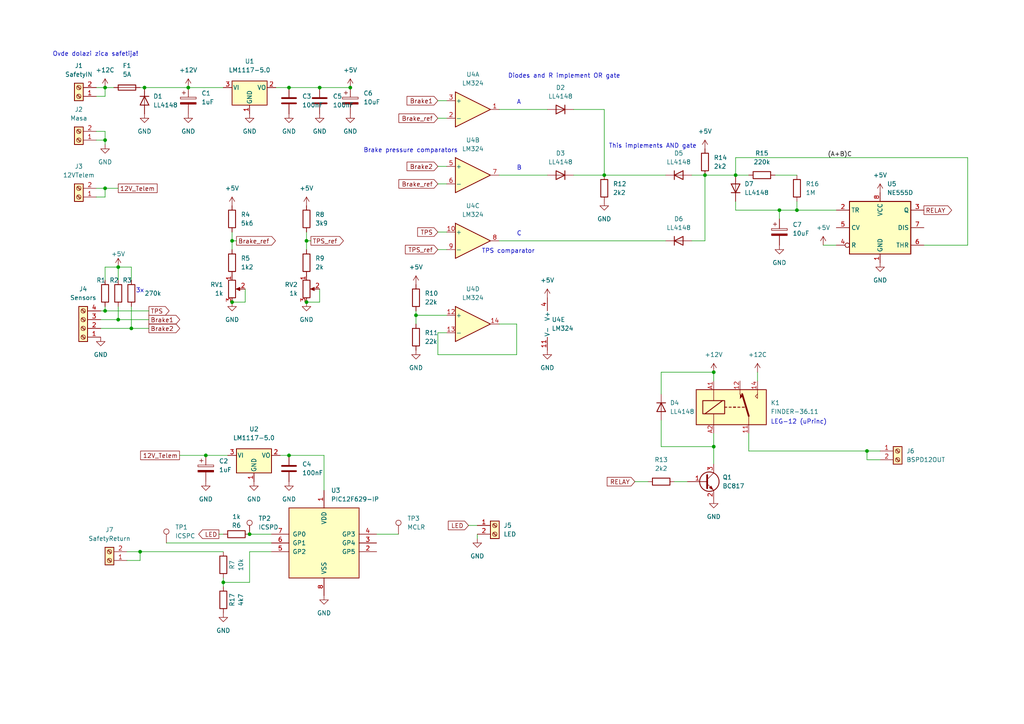
<source format=kicad_sch>
(kicad_sch (version 20250114) (generator "eeschema") (generator_version "9.0")
  (paper "A4")
  (lib_symbols
    (symbol "Amplifier_Operational:LM324" (pin_names (offset 0.127))
      (property "Reference" "U" (at 0 5.08 0))
      (property "Value" "LM324" (at 0 -5.08 0))
      (symbol "LM324_1_1"
        (polyline (pts (xy -5.08 5.08) (xy 5.08 0) (xy -5.08 -5.08) (xy -5.08 5.08)) (stroke (width 0.254)) (fill (type background)))
        (pin input line (at -7.62 2.54 0) (length 2.54) (name "+") (number "3"))
        (pin input line (at -7.62 -2.54 0) (length 2.54) (name "-") (number "2"))
        (pin output line (at 7.62 0 180) (length 2.54) (name "~") (number "1"))
      )
      (symbol "LM324_2_1"
        (polyline (pts (xy -5.08 5.08) (xy 5.08 0) (xy -5.08 -5.08) (xy -5.08 5.08)) (stroke (width 0.254)) (fill (type background)))
        (pin input line (at -7.62 2.54 0) (length 2.54) (name "+") (number "5"))
        (pin input line (at -7.62 -2.54 0) (length 2.54) (name "-") (number "6"))
        (pin output line (at 7.62 0 180) (length 2.54) (name "~") (number "7"))
      )
      (symbol "LM324_3_1"
        (polyline (pts (xy -5.08 5.08) (xy 5.08 0) (xy -5.08 -5.08) (xy -5.08 5.08)) (stroke (width 0.254)) (fill (type background)))
        (pin input line (at -7.62 2.54 0) (length 2.54) (name "+") (number "10"))
        (pin input line (at -7.62 -2.54 0) (length 2.54) (name "-") (number "9"))
        (pin output line (at 7.62 0 180) (length 2.54) (name "~") (number "8"))
      )
      (symbol "LM324_4_1"
        (polyline (pts (xy -5.08 5.08) (xy 5.08 0) (xy -5.08 -5.08) (xy -5.08 5.08)) (stroke (width 0.254)) (fill (type background)))
        (pin input line (at -7.62 2.54 0) (length 2.54) (name "+") (number "12"))
        (pin input line (at -7.62 -2.54 0) (length 2.54) (name "-") (number "13"))
        (pin output line (at 7.62 0 180) (length 2.54) (name "~") (number "14"))
      )
      (symbol "LM324_5_1"
        (pin power_in line (at -2.54 7.62 270) (length 3.81) (name "V+") (number "4"))
        (pin power_in line (at -2.54 -7.62 90) (length 3.81) (name "V-") (number "11"))
      )
    )
    (symbol "Connector:Screw_Terminal_01x02" (pin_names (offset 1.016) (hide yes))
      (property "Reference" "J" (at 0 2.54 0))
      (property "Value" "Screw_Terminal_01x02" (at 0 -5.08 0))
      (symbol "Screw_Terminal_01x02_1_1"
        (rectangle (start -1.27 1.27) (end 1.27 -3.81) (stroke (width 0.254)) (fill (type background)))
        (polyline (pts (xy -0.5334 0.3302) (xy 0.3302 -0.508)) (stroke (width 0.1524)))
        (polyline (pts (xy -0.5334 -2.2098) (xy 0.3302 -3.048)) (stroke (width 0.1524)))
        (polyline (pts (xy -0.3556 0.508) (xy 0.508 -0.3302)) (stroke (width 0.1524)))
        (polyline (pts (xy -0.3556 -2.032) (xy 0.508 -2.8702)) (stroke (width 0.1524)))
        (circle (center 0 0) (radius 0.635) (stroke (width 0.1524)))
        (circle (center 0 -2.54) (radius 0.635) (stroke (width 0.1524)))
        (pin passive line (at -5.08 0 0) (length 3.81) (name "Pin_1") (number "1"))
        (pin passive line (at -5.08 -2.54 0) (length 3.81) (name "Pin_2") (number "2"))
      )
    )
    (symbol "Connector:Screw_Terminal_01x04" (pin_names (offset 1.016) (hide yes))
      (property "Reference" "J" (at 0 5.08 0))
      (property "Value" "Screw_Terminal_01x04" (at 0 -7.62 0))
      (symbol "Screw_Terminal_01x04_1_1"
        (rectangle (start -1.27 3.81) (end 1.27 -6.35) (stroke (width 0.254)) (fill (type background)))
        (polyline (pts (xy -0.5334 2.8702) (xy 0.3302 2.032)) (stroke (width 0.1524)))
        (polyline (pts (xy -0.5334 0.3302) (xy 0.3302 -0.508)) (stroke (width 0.1524)))
        (polyline (pts (xy -0.5334 -2.2098) (xy 0.3302 -3.048)) (stroke (width 0.1524)))
        (polyline (pts (xy -0.5334 -4.7498) (xy 0.3302 -5.588)) (stroke (width 0.1524)))
        (polyline (pts (xy -0.3556 3.048) (xy 0.508 2.2098)) (stroke (width 0.1524)))
        (polyline (pts (xy -0.3556 0.508) (xy 0.508 -0.3302)) (stroke (width 0.1524)))
        (polyline (pts (xy -0.3556 -2.032) (xy 0.508 -2.8702)) (stroke (width 0.1524)))
        (polyline (pts (xy -0.3556 -4.572) (xy 0.508 -5.4102)) (stroke (width 0.1524)))
        (circle (center 0 2.54) (radius 0.635) (stroke (width 0.1524)))
        (circle (center 0 0) (radius 0.635) (stroke (width 0.1524)))
        (circle (center 0 -2.54) (radius 0.635) (stroke (width 0.1524)))
        (circle (center 0 -5.08) (radius 0.635) (stroke (width 0.1524)))
        (pin passive line (at -5.08 2.54 0) (length 3.81) (name "Pin_1") (number "1"))
        (pin passive line (at -5.08 0 0) (length 3.81) (name "Pin_2") (number "2"))
        (pin passive line (at -5.08 -2.54 0) (length 3.81) (name "Pin_3") (number "3"))
        (pin passive line (at -5.08 -5.08 0) (length 3.81) (name "Pin_4") (number "4"))
      )
    )
    (symbol "Connector:TestPoint" (pin_numbers (hide yes)) (pin_names (offset 0.762) (hide yes))
      (property "Reference" "TP" (at 0 6.858 0))
      (property "Value" "TestPoint" (at 0 5.08 0))
      (symbol "TestPoint_0_1"
        (circle (center 0 3.302) (radius 0.762))
      )
      (symbol "TestPoint_1_1"
        (pin passive line (at 0 0 90) (length 2.54) (name "1") (number "1"))
      )
    )
    (symbol "Device:C" (pin_numbers (hide yes)) (pin_names (offset 0.254))
      (property "Reference" "C" (at 0.635 2.54 0))
      (property "Value" "C" (at 0.635 -2.54 0))
      (symbol "C_0_1"
        (polyline (pts (xy -2.032 0.762) (xy 2.032 0.762)) (stroke (width 0.508)))
        (polyline (pts (xy -2.032 -0.762) (xy 2.032 -0.762)) (stroke (width 0.508)))
      )
      (symbol "C_1_1"
        (pin passive line (at 0 3.81 270) (length 2.794) (name "~") (number "1"))
        (pin passive line (at 0 -3.81 90) (length 2.794) (name "~") (number "2"))
      )
    )
    (symbol "Device:C_Polarized" (pin_numbers (hide yes)) (pin_names (offset 0.254))
      (property "Reference" "C" (at 0.635 2.54 0))
      (property "Value" "C_Polarized" (at 0.635 -2.54 0))
      (symbol "C_Polarized_0_1"
        (rectangle (start -2.286 0.508) (end 2.286 1.016))
        (polyline (pts (xy -1.778 2.286) (xy -0.762 2.286)))
        (polyline (pts (xy -1.27 2.794) (xy -1.27 1.778)))
        (rectangle (start 2.286 -0.508) (end -2.286 -1.016) (fill (type outline)))
      )
      (symbol "C_Polarized_1_1"
        (pin passive line (at 0 3.81 270) (length 2.794) (name "~") (number "1"))
        (pin passive line (at 0 -3.81 90) (length 2.794) (name "~") (number "2"))
      )
    )
    (symbol "Device:Fuse" (pin_numbers (hide yes)) (pin_names (offset 0))
      (property "Reference" "F" (at 2.032 0 90))
      (property "Value" "Fuse" (at -1.905 0 90))
      (symbol "Fuse_0_1"
        (rectangle (start -0.762 -2.54) (end 0.762 2.54) (stroke (width 0.254)))
        (polyline (pts (xy 0 2.54) (xy 0 -2.54)))
      )
      (symbol "Fuse_1_1"
        (pin passive line (at 0 3.81 270) (length 1.27) (name "~") (number "1"))
        (pin passive line (at 0 -3.81 90) (length 1.27) (name "~") (number "2"))
      )
    )
    (symbol "Device:R" (pin_numbers (hide yes)) (pin_names (offset 0))
      (property "Reference" "R" (at 2.032 0 90))
      (property "Value" "R" (at 0 0 90))
      (symbol "R_0_1"
        (rectangle (start -1.016 -2.54) (end 1.016 2.54) (stroke (width 0.254)))
      )
      (symbol "R_1_1"
        (pin passive line (at 0 3.81 270) (length 1.27) (name "~") (number "1"))
        (pin passive line (at 0 -3.81 90) (length 1.27) (name "~") (number "2"))
      )
    )
    (symbol "Device:R_Potentiometer" (pin_names (offset 1.016) (hide yes))
      (property "Reference" "RV" (at -4.445 0 90))
      (property "Value" "R_Potentiometer" (at -2.54 0 90))
      (symbol "R_Potentiometer_0_1"
        (rectangle (start 1.016 2.54) (end -1.016 -2.54) (stroke (width 0.254)))
        (polyline (pts (xy 1.143 0) (xy 2.286 0.508) (xy 2.286 -0.508) (xy 1.143 0)) (fill (type outline)))
        (polyline (pts (xy 2.54 0) (xy 1.524 0)))
      )
      (symbol "R_Potentiometer_1_1"
        (pin passive line (at 0 3.81 270) (length 1.27) (name "1") (number "1"))
        (pin passive line (at 0 -3.81 90) (length 1.27) (name "3") (number "3"))
        (pin passive line (at 3.81 0 180) (length 1.27) (name "2") (number "2"))
      )
    )
    (symbol "Diode:LL4148" (pin_numbers (hide yes)) (pin_names (offset 1.016) (hide yes))
      (property "Reference" "D" (at 0 2.54 0))
      (property "Value" "LL4148" (at 0 -2.54 0))
      (symbol "LL4148_0_1"
        (polyline (pts (xy -1.27 1.27) (xy -1.27 -1.27)) (stroke (width 0.254)))
        (polyline (pts (xy 1.27 1.27) (xy 1.27 -1.27) (xy -1.27 0) (xy 1.27 1.27)) (stroke (width 0.254)))
        (polyline (pts (xy 1.27 0) (xy -1.27 0)))
      )
      (symbol "LL4148_1_1"
        (pin passive line (at -3.81 0 0) (length 2.54) (name "K") (number "1"))
        (pin passive line (at 3.81 0 180) (length 2.54) (name "A") (number "2"))
      )
    )
    (symbol "MCU_Microchip_PIC12:PIC12F629-IP" (pin_names (offset 1.016))
      (property "Reference" "U" (at 1.27 13.97 0))
      (property "Value" "PIC12F629-IP" (at 1.27 11.43 0))
      (symbol "PIC12F629-IP_0_1"
        (rectangle (start 10.16 -10.16) (end -10.16 10.16) (stroke (width 0.254)) (fill (type background)))
      )
      (symbol "PIC12F629-IP_1_1"
        (pin bidirectional line (at -15.24 2.54 0) (length 5.08) (name "GP0") (number "7"))
        (pin bidirectional line (at -15.24 0 0) (length 5.08) (name "GP1") (number "6"))
        (pin bidirectional line (at -15.24 -2.54 0) (length 5.08) (name "GP2") (number "5"))
        (pin power_in line (at 0 15.24 270) (length 5.08) (name "VDD") (number "1"))
        (pin power_in line (at 0 -15.24 90) (length 5.08) (name "VSS") (number "8"))
        (pin input line (at 15.24 2.54 180) (length 5.08) (name "GP3") (number "4"))
        (pin bidirectional line (at 15.24 0 180) (length 5.08) (name "GP4") (number "3"))
        (pin bidirectional line (at 15.24 -2.54 180) (length 5.08) (name "GP5") (number "2"))
      )
    )
    (symbol "Regulator_Linear:LM1117-5.0" (pin_names (offset 0.254))
      (property "Reference" "U" (at -3.81 3.175 0))
      (property "Value" "LM1117-5.0" (at 0 3.175 0))
      (symbol "LM1117-5.0_0_1"
        (rectangle (start -5.08 -5.08) (end 5.08 1.905) (stroke (width 0.254)) (fill (type background)))
      )
      (symbol "LM1117-5.0_1_1"
        (pin power_in line (at -7.62 0 0) (length 2.54) (name "VI") (number "3"))
        (pin power_in line (at 0 -7.62 90) (length 2.54) (name "GND") (number "1"))
        (pin power_out line (at 7.62 0 180) (length 2.54) (name "VO") (number "2"))
      )
    )
    (symbol "Relay:FINDER-36.11"
      (property "Reference" "K" (at 11.43 3.81 0))
      (property "Value" "FINDER-36.11" (at 11.43 1.27 0))
      (symbol "FINDER-36.11_0_0"
        (polyline (pts (xy 2.54 3.81) (xy 2.54 5.08)))
        (polyline (pts (xy 7.62 3.81) (xy 7.62 5.08)))
        (polyline (pts (xy 7.62 3.81) (xy 7.62 2.54) (xy 6.985 3.175) (xy 7.62 3.81)))
      )
      (symbol "FINDER-36.11_0_1"
        (rectangle (start -10.16 5.08) (end 10.16 -5.08) (stroke (width 0.254)) (fill (type background)))
        (rectangle (start -8.255 1.905) (end -1.905 -1.905) (stroke (width 0.254)))
        (polyline (pts (xy -7.62 -1.905) (xy -2.54 1.905)) (stroke (width 0.254)))
        (polyline (pts (xy -5.08 5.08) (xy -5.08 1.905)))
        (polyline (pts (xy -5.08 -5.08) (xy -5.08 -1.905)))
        (polyline (pts (xy -1.905 0) (xy -1.27 0)) (stroke (width 0.254)))
        (polyline (pts (xy -0.635 0) (xy 0 0)) (stroke (width 0.254)))
        (polyline (pts (xy 0.635 0) (xy 1.27 0)) (stroke (width 0.254)))
        (polyline (pts (xy 0.635 0) (xy 1.27 0)) (stroke (width 0.254)))
        (polyline (pts (xy 1.905 0) (xy 2.54 0)) (stroke (width 0.254)))
        (polyline (pts (xy 2.54 2.54) (xy 3.175 3.175) (xy 2.54 3.81)) (fill (type outline)))
        (polyline (pts (xy 3.175 0) (xy 3.81 0)) (stroke (width 0.254)))
        (polyline (pts (xy 5.08 -2.54) (xy 3.175 3.81)) (stroke (width 0.508)))
        (polyline (pts (xy 5.08 -2.54) (xy 5.08 -5.08)))
      )
      (symbol "FINDER-36.11_1_1"
        (pin passive line (at -5.08 7.62 270) (length 2.54) (name "~") (number "A1"))
        (pin passive line (at -5.08 -7.62 90) (length 2.54) (name "~") (number "A2"))
        (pin passive line (at 2.54 7.62 270) (length 2.54) (name "~") (number "12"))
        (pin passive line (at 5.08 -7.62 90) (length 2.54) (name "~") (number "11"))
        (pin passive line (at 7.62 7.62 270) (length 2.54) (name "~") (number "14"))
      )
    )
    (symbol "Timer:NE555D"
      (property "Reference" "U" (at -10.16 8.89 0))
      (property "Value" "NE555D" (at 2.54 8.89 0))
      (symbol "NE555D_0_0"
        (pin power_in line (at 0 10.16 270) (length 2.54) (name "VCC") (number "8"))
        (pin power_in line (at 0 -10.16 90) (length 2.54) (name "GND") (number "1"))
      )
      (symbol "NE555D_0_1"
        (rectangle (start -8.89 -7.62) (end 8.89 7.62) (stroke (width 0.254)) (fill (type background)))
        (rectangle (start -8.89 -7.62) (end 8.89 7.62) (stroke (width 0.254)) (fill (type background)))
      )
      (symbol "NE555D_1_1"
        (pin input line (at -12.7 5.08 0) (length 3.81) (name "TR") (number "2"))
        (pin input line (at -12.7 0 0) (length 3.81) (name "CV") (number "5"))
        (pin input inverted (at -12.7 -5.08 0) (length 3.81) (name "R") (number "4"))
        (pin output line (at 12.7 5.08 180) (length 3.81) (name "Q") (number "3"))
        (pin input line (at 12.7 0 180) (length 3.81) (name "DIS") (number "7"))
        (pin input line (at 12.7 -5.08 180) (length 3.81) (name "THR") (number "6"))
      )
    )
    (symbol "Transistor_BJT:BC817" (pin_names (offset 0) (hide yes))
      (property "Reference" "Q" (at 5.08 1.905 0))
      (property "Value" "BC817" (at 5.08 0 0))
      (symbol "BC817_0_1"
        (polyline (pts (xy 0.635 1.905) (xy 0.635 -1.905) (xy 0.635 -1.905)) (stroke (width 0.508)))
        (polyline (pts (xy 0.635 0.635) (xy 2.54 2.54)))
        (polyline (pts (xy 0.635 -0.635) (xy 2.54 -2.54) (xy 2.54 -2.54)))
        (circle (center 1.27 0) (radius 2.8194) (stroke (width 0.254)))
        (polyline (pts (xy 1.27 -1.778) (xy 1.778 -1.27) (xy 2.286 -2.286) (xy 1.27 -1.778) (xy 1.27 -1.778)) (fill (type outline)))
      )
      (symbol "BC817_1_1"
        (pin input line (at -5.08 0 0) (length 5.715) (name "B") (number "1"))
        (pin passive line (at 2.54 5.08 270) (length 2.54) (name "C") (number "3"))
        (pin passive line (at 2.54 -5.08 90) (length 2.54) (name "E") (number "2"))
      )
    )
    (symbol "power:+12C" (power) (pin_names (offset 0))
      (property "Value" "+12C" (at 0 3.81 0))
      (symbol "+12C_0_1"
        (polyline (pts (xy -0.762 1.27) (xy 0 2.54)))
        (polyline (pts (xy 0 2.54) (xy 0.762 1.27)))
        (polyline (pts (xy 0 0) (xy 0 2.54)))
      )
      (symbol "+12C_1_1"
        (pin power_in line (at 0 0 90) (length 0) (hide yes) (name "+12C") (number "1"))
      )
    )
    (symbol "power:+12V" (power) (pin_names (offset 0))
      (property "Value" "+12V" (at 0 3.556 0))
      (symbol "+12V_0_1"
        (polyline (pts (xy -0.762 1.27) (xy 0 2.54)))
        (polyline (pts (xy 0 2.54) (xy 0.762 1.27)))
        (polyline (pts (xy 0 0) (xy 0 2.54)))
      )
      (symbol "+12V_1_1"
        (pin power_in line (at 0 0 90) (length 0) (hide yes) (name "+12V") (number "1"))
      )
    )
    (symbol "power:+5V" (power) (pin_names (offset 0))
      (property "Value" "+5V" (at 0 3.556 0))
      (symbol "+5V_0_1"
        (polyline (pts (xy -0.762 1.27) (xy 0 2.54)))
        (polyline (pts (xy 0 2.54) (xy 0.762 1.27)))
        (polyline (pts (xy 0 0) (xy 0 2.54)))
      )
      (symbol "+5V_1_1"
        (pin power_in line (at 0 0 90) (length 0) (hide yes) (name "+5V") (number "1"))
      )
    )
    (symbol "power:GND" (power) (pin_names (offset 0))
      (property "Value" "GND" (at 0 -3.81 0))
      (symbol "GND_0_1"
        (polyline (pts (xy 0 0) (xy 0 -1.27) (xy 1.27 -1.27) (xy 0 -2.54) (xy -1.27 -1.27) (xy 0 -1.27)))
      )
      (symbol "GND_1_1"
        (pin power_in line (at 0 0 270) (length 0) (hide yes) (name "GND") (number "1"))
      )
    )
  )
  (text "A" (at 149.86 30.48 0) (effects (font (size 1.27 1.27)) (justify left bottom)))
  (text "TPS comparator" (at 139.7 73.66 0) (effects (font (size 1.27 1.27)) (justify left bottom)))
  (text "B" (at 149.86 49.53 0) (effects (font (size 1.27 1.27)) (justify left bottom)))
  (text "Diodes and R implement OR gate\n" (at 147.32 22.86 0) (effects (font (size 1.27 1.27)) (justify left bottom)))
  (text "Ovde dolazi zica safetija!" (at 15.24 16.51 0) (effects (font (size 1.27 1.27)) (justify left bottom)))
  (text "This implements AND gate" (at 176.53 43.18 0) (effects (font (size 1.27 1.27)) (justify left bottom)))
  (text "3x" (at 39.37 85.09 0) (effects (font (size 1.27 1.27)) (justify left bottom)))
  (text "C" (at 149.86 68.58 0) (effects (font (size 1.27 1.27)) (justify left bottom)))
  (text "LEG-12 (uPrinc)" (at 223.52 123.19 0) (effects (font (size 1.27 1.27)) (justify left bottom)))
  (text "Brake pressure comparators" (at 105.41 44.45 0) (effects (font (size 1.27 1.27)) (justify left bottom)))
  (junction (at 54.61 25.4))
  (junction (at 59.69 132.08))
  (junction (at 92.71 25.4))
  (junction (at 72.39 154.94))
  (junction (at 88.9 87.63))
  (junction (at 231.14 60.96))
  (junction (at 204.47 50.8))
  (junction (at 34.29 92.71))
  (junction (at 213.36 50.8))
  (junction (at 175.26 50.8))
  (junction (at 67.31 87.63))
  (junction (at 251.46 130.81))
  (junction (at 207.01 107.95))
  (junction (at 30.48 54.61))
  (junction (at 83.82 25.4))
  (junction (at 40.64 160.02))
  (junction (at 30.48 25.4))
  (junction (at 226.06 60.96))
  (junction (at 67.31 69.85))
  (junction (at 41.91 25.4))
  (junction (at 207.01 129.54))
  (junction (at 64.77 168.91))
  (junction (at 120.65 91.44))
  (junction (at 34.29 77.47))
  (junction (at 38.1 95.25))
  (junction (at 88.9 69.85))
  (junction (at 30.48 90.17))
  (junction (at 30.48 40.64))
  (junction (at 83.82 132.08))
  (junction (at 101.6 25.4))
  (wire (pts (xy 67.31 69.85) (xy 67.31 72.39)))
  (wire (pts (xy 88.9 69.85) (xy 88.9 72.39)))
  (wire (pts (xy 127 34.29) (xy 129.54 34.29)))
  (wire (pts (xy 144.78 93.98) (xy 149.86 93.98)))
  (wire (pts (xy 29.21 95.25) (xy 38.1 95.25)))
  (wire (pts (xy 63.5 154.94) (xy 64.77 154.94)))
  (wire (pts (xy 191.77 107.95) (xy 207.01 107.95)))
  (wire (pts (xy 92.71 87.63) (xy 88.9 87.63)))
  (wire (pts (xy 231.14 60.96) (xy 242.57 60.96)))
  (wire (pts (xy 127 67.31) (xy 129.54 67.31)))
  (wire (pts (xy 30.48 54.61) (xy 34.29 54.61)))
  (wire (pts (xy 83.82 25.4) (xy 92.71 25.4)))
  (wire (pts (xy 238.76 71.12) (xy 242.57 71.12)))
  (wire (pts (xy 109.22 154.94) (xy 115.57 154.94)))
  (wire (pts (xy 219.71 107.95) (xy 219.71 110.49)))
  (wire (pts (xy 30.48 40.64) (xy 30.48 41.91)))
  (wire (pts (xy 267.97 71.12) (xy 280.67 71.12)))
  (wire (pts (xy 54.61 25.4) (xy 64.77 25.4)))
  (wire (pts (xy 207.01 129.54) (xy 207.01 134.62)))
  (wire (pts (xy 127 72.39) (xy 129.54 72.39)))
  (wire (pts (xy 195.58 139.7) (xy 199.39 139.7)))
  (wire (pts (xy 40.64 160.02) (xy 64.77 160.02)))
  (wire (pts (xy 40.64 25.4) (xy 41.91 25.4)))
  (wire (pts (xy 38.1 88.9) (xy 38.1 95.25)))
  (wire (pts (xy 213.36 58.42) (xy 213.36 60.96)))
  (wire (pts (xy 34.29 92.71) (xy 43.18 92.71)))
  (wire (pts (xy 48.26 157.48) (xy 78.74 157.48)))
  (wire (pts (xy 27.94 54.61) (xy 30.48 54.61)))
  (wire (pts (xy 30.48 90.17) (xy 43.18 90.17)))
  (wire (pts (xy 38.1 95.25) (xy 43.18 95.25)))
  (wire (pts (xy 88.9 69.85) (xy 90.17 69.85)))
  (wire (pts (xy 191.77 114.3) (xy 191.77 107.95)))
  (wire (pts (xy 30.48 57.15) (xy 30.48 54.61)))
  (wire (pts (xy 27.94 57.15) (xy 30.48 57.15)))
  (wire (pts (xy 120.65 91.44) (xy 129.54 91.44)))
  (wire (pts (xy 27.94 40.64) (xy 30.48 40.64)))
  (wire (pts (xy 64.77 168.91) (xy 64.77 170.18)))
  (wire (pts (xy 34.29 77.47) (xy 34.29 81.28)))
  (wire (pts (xy 36.83 160.02) (xy 40.64 160.02)))
  (wire (pts (xy 30.48 38.1) (xy 30.48 40.64)))
  (wire (pts (xy 224.79 50.8) (xy 231.14 50.8)))
  (wire (pts (xy 231.14 58.42) (xy 231.14 60.96)))
  (wire (pts (xy 41.91 25.4) (xy 54.61 25.4)))
  (wire (pts (xy 251.46 133.35) (xy 251.46 130.81)))
  (wire (pts (xy 29.21 90.17) (xy 30.48 90.17)))
  (wire (pts (xy 59.69 132.08) (xy 66.04 132.08)))
  (wire (pts (xy 67.31 69.85) (xy 68.58 69.85)))
  (wire (pts (xy 175.26 31.75) (xy 175.26 50.8)))
  (wire (pts (xy 72.39 154.94) (xy 78.74 154.94)))
  (wire (pts (xy 120.65 91.44) (xy 120.65 93.98)))
  (wire (pts (xy 280.67 71.12) (xy 280.67 45.72)))
  (wire (pts (xy 217.17 130.81) (xy 251.46 130.81)))
  (wire (pts (xy 213.36 60.96) (xy 226.06 60.96)))
  (wire (pts (xy 34.29 77.47) (xy 30.48 77.47)))
  (wire (pts (xy 81.28 132.08) (xy 83.82 132.08)))
  (wire (pts (xy 213.36 50.8) (xy 217.17 50.8)))
  (wire (pts (xy 149.86 93.98) (xy 149.86 102.87)))
  (wire (pts (xy 175.26 50.8) (xy 193.04 50.8)))
  (wire (pts (xy 78.74 160.02) (xy 72.39 160.02)))
  (wire (pts (xy 93.98 132.08) (xy 83.82 132.08)))
  (wire (pts (xy 30.48 25.4) (xy 33.02 25.4)))
  (wire (pts (xy 127 102.87) (xy 127 96.52)))
  (wire (pts (xy 138.43 154.94) (xy 138.43 156.21)))
  (wire (pts (xy 144.78 69.85) (xy 193.04 69.85)))
  (wire (pts (xy 64.77 167.64) (xy 64.77 168.91)))
  (wire (pts (xy 88.9 67.31) (xy 88.9 69.85)))
  (wire (pts (xy 27.94 38.1) (xy 30.48 38.1)))
  (wire (pts (xy 71.12 83.82) (xy 71.12 87.63)))
  (wire (pts (xy 127 53.34) (xy 129.54 53.34)))
  (wire (pts (xy 92.71 83.82) (xy 92.71 87.63)))
  (wire (pts (xy 67.31 67.31) (xy 67.31 69.85)))
  (wire (pts (xy 127 29.21) (xy 129.54 29.21)))
  (wire (pts (xy 30.48 77.47) (xy 30.48 81.28)))
  (wire (pts (xy 72.39 168.91) (xy 64.77 168.91)))
  (wire (pts (xy 144.78 31.75) (xy 158.75 31.75)))
  (wire (pts (xy 71.12 87.63) (xy 67.31 87.63)))
  (wire (pts (xy 92.71 25.4) (xy 101.6 25.4)))
  (wire (pts (xy 30.48 88.9) (xy 30.48 90.17)))
  (wire (pts (xy 251.46 130.81) (xy 255.27 130.81)))
  (wire (pts (xy 72.39 160.02) (xy 72.39 168.91)))
  (wire (pts (xy 93.98 142.24) (xy 93.98 132.08)))
  (wire (pts (xy 127 48.26) (xy 129.54 48.26)))
  (wire (pts (xy 226.06 60.96) (xy 226.06 63.5)))
  (wire (pts (xy 120.65 90.17) (xy 120.65 91.44)))
  (wire (pts (xy 166.37 50.8) (xy 175.26 50.8)))
  (wire (pts (xy 255.27 133.35) (xy 251.46 133.35)))
  (wire (pts (xy 207.01 107.95) (xy 207.01 110.49)))
  (wire (pts (xy 27.94 27.94) (xy 30.48 27.94)))
  (wire (pts (xy 213.36 45.72) (xy 213.36 50.8)))
  (wire (pts (xy 149.86 102.87) (xy 127 102.87)))
  (wire (pts (xy 191.77 129.54) (xy 207.01 129.54)))
  (wire (pts (xy 40.64 162.56) (xy 40.64 160.02)))
  (wire (pts (xy 30.48 27.94) (xy 30.48 25.4)))
  (wire (pts (xy 29.21 92.71) (xy 34.29 92.71)))
  (wire (pts (xy 27.94 25.4) (xy 30.48 25.4)))
  (wire (pts (xy 217.17 130.81) (xy 217.17 125.73)))
  (wire (pts (xy 191.77 121.92) (xy 191.77 129.54)))
  (wire (pts (xy 207.01 125.73) (xy 207.01 129.54)))
  (wire (pts (xy 38.1 77.47) (xy 38.1 81.28)))
  (wire (pts (xy 135.89 152.4) (xy 138.43 152.4)))
  (wire (pts (xy 127 96.52) (xy 129.54 96.52)))
  (wire (pts (xy 36.83 162.56) (xy 40.64 162.56)))
  (wire (pts (xy 204.47 50.8) (xy 204.47 69.85)))
  (wire (pts (xy 204.47 69.85) (xy 200.66 69.85)))
  (wire (pts (xy 80.01 25.4) (xy 83.82 25.4)))
  (wire (pts (xy 184.15 139.7) (xy 187.96 139.7)))
  (wire (pts (xy 166.37 31.75) (xy 175.26 31.75)))
  (wire (pts (xy 144.78 50.8) (xy 158.75 50.8)))
  (wire (pts (xy 34.29 77.47) (xy 38.1 77.47)))
  (wire (pts (xy 200.66 50.8) (xy 204.47 50.8)))
  (wire (pts (xy 34.29 88.9) (xy 34.29 92.71)))
  (wire (pts (xy 52.07 132.08) (xy 59.69 132.08)))
  (wire (pts (xy 204.47 50.8) (xy 213.36 50.8)))
  (wire (pts (xy 280.67 45.72) (xy 213.36 45.72)))
  (wire (pts (xy 226.06 60.96) (xy 231.14 60.96)))
  (label "(A+B)C" (at 240.03 45.72 0))
  (global_label "LED" (shape input) (at 135.89 152.4 180) (property "Intersheetrefs" "${INTERSHEET_REFS}" (effects (hide yes))))
  (global_label "TPS_ref" (shape output) (at 90.17 69.85 0) (property "Intersheetrefs" "${INTERSHEET_REFS}" (effects (hide yes))))
  (global_label "Brake2" (shape output) (at 43.18 95.25 0) (property "Intersheetrefs" "${INTERSHEET_REFS}" (effects (hide yes))))
  (global_label "TPS_ref" (shape input) (at 127 72.39 180) (property "Intersheetrefs" "${INTERSHEET_REFS}" (effects (hide yes))))
  (global_label "Brake1" (shape input) (at 127 29.21 180) (property "Intersheetrefs" "${INTERSHEET_REFS}" (effects (hide yes))))
  (global_label "Brake_ref" (shape input) (at 127 34.29 180) (property "Intersheetrefs" "${INTERSHEET_REFS}" (effects (hide yes))))
  (global_label "TPS" (shape input) (at 127 67.31 180) (property "Intersheetrefs" "${INTERSHEET_REFS}" (effects (hide yes))))
  (global_label "RELAY" (shape input) (at 184.15 139.7 180) (property "Intersheetrefs" "${INTERSHEET_REFS}" (effects (hide yes))))
  (global_label "12V_Telem" (shape passive) (at 52.07 132.08 180) (property "Intersheetrefs" "${INTERSHEET_REFS}" (effects (hide yes))))
  (global_label "LED" (shape output) (at 63.5 154.94 180) (property "Intersheetrefs" "${INTERSHEET_REFS}" (effects (hide yes))))
  (global_label "RELAY" (shape output) (at 267.97 60.96 0) (property "Intersheetrefs" "${INTERSHEET_REFS}" (effects (hide yes))))
  (global_label "Brake2" (shape input) (at 127 48.26 180) (property "Intersheetrefs" "${INTERSHEET_REFS}" (effects (hide yes))))
  (global_label "12V_Telem" (shape passive) (at 34.29 54.61 0) (property "Intersheetrefs" "${INTERSHEET_REFS}" (effects (hide yes))))
  (global_label "Brake_ref" (shape input) (at 127 53.34 180) (property "Intersheetrefs" "${INTERSHEET_REFS}" (effects (hide yes))))
  (global_label "Brake1" (shape output) (at 43.18 92.71 0) (property "Intersheetrefs" "${INTERSHEET_REFS}" (effects (hide yes))))
  (global_label "TPS" (shape output) (at 43.18 90.17 0) (property "Intersheetrefs" "${INTERSHEET_REFS}" (effects (hide yes))))
  (global_label "Brake_ref" (shape output) (at 68.58 69.85 0) (property "Intersheetrefs" "${INTERSHEET_REFS}" (effects (hide yes))))
  (symbol (lib_id "power:GND") (at 175.26 58.42 0) (unit 1)
    (property "Reference" "#PWR0102" (effects (hide yes)))
    (property "Value" "GND" (at 175.26 63.5 0))
  )
  (symbol (lib_id "Device:R") (at 88.9 63.5 0) (unit 1)
    (property "Reference" "R8" (at 91.44 62.2299 0) (effects (justify left)))
    (property "Value" "3k9" (at 91.44 64.7699 0) (effects (justify left)))
    (property "Footprint" "Resistor_SMD:R_1206_3216Metric_Pad1.30x1.75mm_HandSolder" (effects (hide yes)))
  )
  (symbol (lib_id "power:GND") (at 73.66 139.7 0) (unit 1)
    (property "Reference" "#PWR0129" (effects (hide yes)))
    (property "Value" "GND" (at 73.66 144.78 0))
  )
  (symbol (lib_id "Amplifier_Operational:LM324") (at 137.16 31.75 0) (unit 1)
    (property "Reference" "U4" (at 137.16 21.59 0))
    (property "Value" "LM324" (at 137.16 24.13 0))
    (property "Footprint" "Package_SO:SO-14_3.9x8.65mm_P1.27mm" (effects (hide yes)))
    (property "Datasheet" "http://www.ti.com/lit/ds/symlink/lm2902-n.pdf" (effects (hide yes)))
  )
  (symbol (lib_id "Connector:TestPoint") (at 72.39 154.94 0) (unit 1)
    (property "Reference" "TP2" (at 74.93 150.3679 0) (effects (justify left)))
    (property "Value" "ICSPD" (at 74.93 152.9079 0) (effects (justify left)))
    (property "Footprint" "TestPoint:TestPoint_Pad_2.5x2.5mm" (effects (hide yes)))
  )
  (symbol (lib_id "Device:R_Potentiometer") (at 67.31 83.82 0) (unit 1)
    (property "Reference" "RV1" (at 64.77 82.5499 0) (effects (justify right)))
    (property "Value" "1k" (at 64.77 85.0899 0) (effects (justify right)))
    (property "Footprint" "Potentiometer_SMD:Potentiometer_Vishay_TS53YL_Vertical" (effects (hide yes)))
  )
  (symbol (lib_id "power:GND") (at 138.43 156.21 0) (unit 1)
    (property "Reference" "#PWR0123" (effects (hide yes)))
    (property "Value" "GND" (at 138.43 161.29 0))
  )
  (symbol (lib_id "power:+5V") (at 120.65 82.55 0) (unit 1)
    (property "Reference" "#PWR0104" (effects (hide yes)))
    (property "Value" "+5V" (at 120.65 77.47 0))
  )
  (symbol (lib_id "power:GND") (at 67.31 87.63 0) (unit 1)
    (property "Reference" "#PWR0111" (effects (hide yes)))
    (property "Value" "GND" (at 67.31 92.71 0))
  )
  (symbol (lib_id "Device:R") (at 220.98 50.8 90) (unit 1)
    (property "Reference" "R15" (at 220.98 44.45 90))
    (property "Value" "220k" (at 220.98 46.99 90))
    (property "Footprint" "Resistor_SMD:R_1206_3216Metric_Pad1.30x1.75mm_HandSolder" (effects (hide yes)))
  )
  (symbol (lib_id "Diode:LL4148") (at 162.56 50.8 180) (unit 1)
    (property "Reference" "D3" (at 162.56 44.45 0))
    (property "Value" "LL4148" (at 162.56 46.99 0))
    (property "Footprint" "Diode_SMD:D_MiniMELF" (effects (hide yes)))
    (property "Datasheet" "http://www.vishay.com/docs/85557/ll4148.pdf" (effects (hide yes)))
  )
  (symbol (lib_id "Diode:LL4148") (at 213.36 54.61 90) (unit 1)
    (property "Reference" "D7" (at 215.9 53.3399 90) (effects (justify right)))
    (property "Value" "LL4148" (at 215.9 55.8799 90) (effects (justify right)))
    (property "Footprint" "Diode_SMD:D_MiniMELF" (effects (hide yes)))
    (property "Datasheet" "http://www.vishay.com/docs/85557/ll4148.pdf" (effects (hide yes)))
  )
  (symbol (lib_id "Device:R_Potentiometer") (at 88.9 83.82 0) (unit 1)
    (property "Reference" "RV2" (at 86.36 82.5499 0) (effects (justify right)))
    (property "Value" "1k" (at 86.36 85.0899 0) (effects (justify right)))
    (property "Footprint" "Potentiometer_SMD:Potentiometer_Vishay_TS53YL_Vertical" (effects (hide yes)))
  )
  (symbol (lib_id "Device:R") (at 38.1 85.09 0) (unit 1)
    (property "Reference" "R3" (at 35.56 81.28 0) (effects (justify left)))
    (property "Value" "270k" (effects (hide yes)))
    (property "Footprint" "Resistor_SMD:R_1206_3216Metric_Pad1.30x1.75mm_HandSolder" (effects (hide yes)))
  )
  (symbol (lib_id "Amplifier_Operational:LM324") (at 137.16 69.85 0) (unit 3)
    (property "Reference" "U4" (at 137.16 59.69 0))
    (property "Value" "LM324" (at 137.16 62.23 0))
    (property "Footprint" "Package_SO:SO-14_3.9x8.65mm_P1.27mm" (effects (hide yes)))
    (property "Datasheet" "http://www.ti.com/lit/ds/symlink/lm2902-n.pdf" (effects (hide yes)))
  )
  (symbol (lib_id "power:GND") (at 54.61 33.02 0) (unit 1)
    (property "Reference" "#PWR0115" (effects (hide yes)))
    (property "Value" "GND" (at 54.61 38.1 0))
  )
  (symbol (lib_id "power:+5V") (at 88.9 59.69 0) (unit 1)
    (property "Reference" "#PWR0117" (effects (hide yes)))
    (property "Value" "+5V" (at 88.9 54.61 0))
  )
  (symbol (lib_id "Device:R") (at 175.26 54.61 0) (unit 1)
    (property "Reference" "R12" (at 177.8 53.3399 0) (effects (justify left)))
    (property "Value" "2k2" (at 177.8 55.8799 0) (effects (justify left)))
    (property "Footprint" "Resistor_SMD:R_1206_3216Metric_Pad1.30x1.75mm_HandSolder" (effects (hide yes)))
  )
  (symbol (lib_id "Transistor_BJT:BC817") (at 204.47 139.7 0) (unit 1)
    (property "Reference" "Q1" (at 209.55 138.4299 0) (effects (justify left)))
    (property "Value" "BC817" (at 209.55 140.9699 0) (effects (justify left)))
    (property "Footprint" "Package_TO_SOT_SMD:SOT-23" (effects (hide yes)))
    (property "Datasheet" "https://www.onsemi.com/pub/Collateral/BC818-D.pdf" (effects (hide yes)))
  )
  (symbol (lib_id "Device:C_Polarized") (at 54.61 29.21 0) (unit 1)
    (property "Reference" "C1" (at 58.42 27.0509 0) (effects (justify left)))
    (property "Value" "1uF" (at 58.42 29.5909 0) (effects (justify left)))
    (property "Footprint" "Capacitor_Tantalum_SMD:CP_EIA-3216-18_Kemet-A_Pad1.58x1.35mm_HandSolder" (effects (hide yes)))
  )
  (symbol (lib_id "Diode:LL4148") (at 196.85 50.8 0) (unit 1)
    (property "Reference" "D5" (at 196.85 44.45 0))
    (property "Value" "LL4148" (at 196.85 46.99 0))
    (property "Footprint" "Diode_SMD:D_MiniMELF" (effects (hide yes)))
    (property "Datasheet" "http://www.vishay.com/docs/85557/ll4148.pdf" (effects (hide yes)))
  )
  (symbol (lib_id "Device:R") (at 34.29 85.09 0) (unit 1)
    (property "Reference" "R2" (at 31.75 81.28 0) (effects (justify left)))
    (property "Value" "270k" (effects (hide yes)))
    (property "Footprint" "Resistor_SMD:R_1206_3216Metric_Pad1.30x1.75mm_HandSolder" (effects (hide yes)))
  )
  (symbol (lib_id "Diode:LL4148") (at 41.91 29.21 270) (unit 1)
    (property "Reference" "D1" (at 44.45 27.9399 90) (effects (justify left)))
    (property "Value" "LL4148" (at 44.45 30.4799 90) (effects (justify left)))
    (property "Footprint" "Diode_SMD:D_MiniMELF" (effects (hide yes)))
    (property "Datasheet" "http://www.vishay.com/docs/85557/ll4148.pdf" (effects (hide yes)))
  )
  (symbol (lib_id "Device:C_Polarized") (at 59.69 135.89 0) (unit 1)
    (property "Reference" "C2" (at 63.5 133.7309 0) (effects (justify left)))
    (property "Value" "1uF" (at 63.5 136.2709 0) (effects (justify left)))
    (property "Footprint" "Capacitor_Tantalum_SMD:CP_EIA-3216-18_Kemet-A_Pad1.58x1.35mm_HandSolder" (effects (hide yes)))
  )
  (symbol (lib_id "Timer:NE555D") (at 255.27 66.04 0) (unit 1)
    (property "Reference" "U5" (at 257.2894 53.34 0) (effects (justify left)))
    (property "Value" "NE555D" (at 257.2894 55.88 0) (effects (justify left)))
    (property "Footprint" "Package_SO:SOIC-8_3.9x4.9mm_P1.27mm" (effects (hide yes)))
    (property "Datasheet" "http://www.ti.com/lit/ds/symlink/ne555.pdf" (effects (hide yes)))
  )
  (symbol (lib_id "power:GND") (at 88.9 87.63 0) (unit 1)
    (property "Reference" "#PWR0112" (effects (hide yes)))
    (property "Value" "GND" (at 88.9 92.71 0))
  )
  (symbol (lib_id "Device:R") (at 120.65 97.79 0) (unit 1)
    (property "Reference" "R11" (at 123.19 96.5199 0) (effects (justify left)))
    (property "Value" "22k" (at 123.19 99.0599 0) (effects (justify left)))
    (property "Footprint" "Resistor_SMD:R_1206_3216Metric_Pad1.30x1.75mm_HandSolder" (effects (hide yes)))
  )
  (symbol (lib_id "Device:R") (at 30.48 85.09 0) (unit 1)
    (property "Reference" "R1" (at 27.94 81.28 0) (effects (justify left)))
    (property "Value" "270k" (at 41.91 85.09 0) (effects (justify left)))
    (property "Footprint" "Resistor_SMD:R_1206_3216Metric_Pad1.30x1.75mm_HandSolder" (effects (hide yes)))
  )
  (symbol (lib_id "Device:C_Polarized") (at 101.6 29.21 0) (unit 1)
    (property "Reference" "C6" (at 105.41 27.0509 0) (effects (justify left)))
    (property "Value" "10uF" (at 105.41 29.5909 0) (effects (justify left)))
    (property "Footprint" "Capacitor_Tantalum_SMD:CP_EIA-3216-18_Kemet-A_Pad1.58x1.35mm_HandSolder" (effects (hide yes)))
  )
  (symbol (lib_id "power:+5V") (at 67.31 59.69 0) (unit 1)
    (property "Reference" "#PWR0116" (effects (hide yes)))
    (property "Value" "+5V" (at 67.31 54.61 0))
  )
  (symbol (lib_id "Device:R") (at 120.65 86.36 0) (unit 1)
    (property "Reference" "R10" (at 123.19 85.0899 0) (effects (justify left)))
    (property "Value" "22k" (at 123.19 87.6299 0) (effects (justify left)))
    (property "Footprint" "Resistor_SMD:R_1206_3216Metric_Pad1.30x1.75mm_HandSolder" (effects (hide yes)))
  )
  (symbol (lib_id "power:+5V") (at 34.29 77.47 0) (unit 1)
    (property "Reference" "#PWR0124" (effects (hide yes)))
    (property "Value" "+5V" (at 34.29 73.66 0))
  )
  (symbol (lib_id "Connector:Screw_Terminal_01x02") (at 22.86 27.94 180) (unit 1)
    (property "Reference" "J1" (at 22.86 19.05 0))
    (property "Value" "SafetyIN" (at 22.86 21.59 0))
    (property "Footprint" "AK3001:AK300_1x02_P5.00mm_45-Degree" (effects (hide yes)))
  )
  (symbol (lib_id "Device:R") (at 231.14 54.61 0) (unit 1)
    (property "Reference" "R16" (at 233.68 53.3399 0) (effects (justify left)))
    (property "Value" "1M" (at 233.68 55.8799 0) (effects (justify left)))
    (property "Footprint" "Resistor_SMD:R_1206_3216Metric_Pad1.30x1.75mm_HandSolder" (effects (hide yes)))
  )
  (symbol (lib_id "Relay:FINDER-36.11") (at 212.09 118.11 0) (unit 1)
    (property "Reference" "K1" (at 223.52 116.8399 0) (effects (justify left)))
    (property "Value" "FINDER-36.11" (at 223.52 119.3799 0) (effects (justify left)))
    (property "Footprint" "Relay_THT:Relay_SPDT_Finder_36.11" (effects (hide yes)))
    (property "Datasheet" "https://gfinder.findernet.com/public/attachments/36/EN/S36EN.pdf" (effects (hide yes)))
  )
  (symbol (lib_id "power:+5V") (at 158.75 86.36 0) (unit 1)
    (property "Reference" "#PWR0134" (effects (hide yes)))
    (property "Value" "+5V" (at 158.75 81.28 0))
  )
  (symbol (lib_id "Device:R") (at 67.31 76.2 0) (unit 1)
    (property "Reference" "R5" (at 69.85 74.9299 0) (effects (justify left)))
    (property "Value" "1k2" (at 69.85 77.4699 0) (effects (justify left)))
    (property "Footprint" "Resistor_SMD:R_1206_3216Metric_Pad1.30x1.75mm_HandSolder" (effects (hide yes)))
  )
  (symbol (lib_id "Connector:Screw_Terminal_01x02") (at 22.86 40.64 180) (unit 1)
    (property "Reference" "J2" (at 22.86 31.75 0))
    (property "Value" "Masa" (at 22.86 34.29 0))
    (property "Footprint" "AK3001:AK300_1x02_P5.00mm_45-Degree" (effects (hide yes)))
  )
  (symbol (lib_id "power:GND") (at 30.48 41.91 0) (unit 1)
    (property "Reference" "#PWR0128" (effects (hide yes)))
    (property "Value" "GND" (at 30.48 46.99 0))
  )
  (symbol (lib_id "power:GND") (at 92.71 33.02 0) (unit 1)
    (property "Reference" "#PWR0120" (effects (hide yes)))
    (property "Value" "GND" (at 92.71 38.1 0))
  )
  (symbol (lib_id "Amplifier_Operational:LM324") (at 161.29 93.98 0) (unit 5)
    (property "Reference" "U4" (at 160.02 92.7099 0) (effects (justify left)))
    (property "Value" "LM324" (at 160.02 95.2499 0) (effects (justify left)))
    (property "Footprint" "Package_SO:SO-14_3.9x8.65mm_P1.27mm" (effects (hide yes)))
    (property "Datasheet" "http://www.ti.com/lit/ds/symlink/lm2902-n.pdf" (effects (hide yes)))
  )
  (symbol (lib_id "Device:R") (at 64.77 163.83 180) (unit 1)
    (property "Reference" "R7" (at 67.31 163.83 90))
    (property "Value" "10k" (at 69.85 163.83 90))
    (property "Footprint" "Resistor_SMD:R_1206_3216Metric_Pad1.30x1.75mm_HandSolder" (effects (hide yes)))
  )
  (symbol (lib_id "power:GND") (at 207.01 144.78 0) (unit 1)
    (property "Reference" "#PWR0109" (effects (hide yes)))
    (property "Value" "GND" (at 207.01 149.86 0))
  )
  (symbol (lib_id "Device:C_Polarized") (at 226.06 67.31 0) (unit 1)
    (property "Reference" "C7" (at 229.87 65.1509 0) (effects (justify left)))
    (property "Value" "10uF" (at 229.87 67.6909 0) (effects (justify left)))
    (property "Footprint" "Capacitor_Tantalum_SMD:CP_EIA-3216-18_Kemet-A_Pad1.58x1.35mm_HandSolder" (effects (hide yes)))
  )
  (symbol (lib_id "Device:R") (at 204.47 46.99 0) (unit 1)
    (property "Reference" "R14" (at 207.01 45.7199 0) (effects (justify left)))
    (property "Value" "2k2" (at 207.01 48.2599 0) (effects (justify left)))
    (property "Footprint" "Resistor_SMD:R_1206_3216Metric_Pad1.30x1.75mm_HandSolder" (effects (hide yes)))
  )
  (symbol (lib_id "Device:R") (at 191.77 139.7 90) (unit 1)
    (property "Reference" "R13" (at 191.77 133.35 90))
    (property "Value" "2k2" (at 191.77 135.89 90))
    (property "Footprint" "Resistor_SMD:R_1206_3216Metric_Pad1.30x1.75mm_HandSolder" (effects (hide yes)))
  )
  (symbol (lib_id "power:GND") (at 255.27 76.2 0) (unit 1)
    (property "Reference" "#PWR0108" (effects (hide yes)))
    (property "Value" "GND" (at 255.27 81.28 0))
  )
  (symbol (lib_id "power:+12C") (at 30.48 25.4 0) (unit 1)
    (property "Reference" "#PWR0127" (effects (hide yes)))
    (property "Value" "+12C" (at 30.48 20.32 0))
  )
  (symbol (lib_id "Device:R") (at 67.31 63.5 0) (unit 1)
    (property "Reference" "R4" (at 69.85 62.2299 0) (effects (justify left)))
    (property "Value" "5k6" (at 69.85 64.7699 0) (effects (justify left)))
    (property "Footprint" "Resistor_SMD:R_1206_3216Metric_Pad1.30x1.75mm_HandSolder" (effects (hide yes)))
  )
  (symbol (lib_id "power:GND") (at 83.82 139.7 0) (unit 1)
    (property "Reference" "#PWR0132" (effects (hide yes)))
    (property "Value" "GND" (at 83.82 144.78 0))
  )
  (symbol (lib_id "Regulator_Linear:LM1117-5.0") (at 73.66 132.08 0) (unit 1)
    (property "Reference" "U2" (at 73.66 124.46 0))
    (property "Value" "LM1117-5.0" (at 73.66 127 0))
    (property "Footprint" "Package_TO_SOT_SMD:SOT-223" (effects (hide yes)))
    (property "Datasheet" "http://www.ti.com/lit/ds/symlink/lm1117.pdf" (effects (hide yes)))
  )
  (symbol (lib_id "Connector:Screw_Terminal_01x02") (at 31.75 162.56 180) (unit 1)
    (property "Reference" "J7" (at 31.75 153.67 0))
    (property "Value" "SafetyReturn" (at 31.75 156.21 0))
    (property "Footprint" "AK3001:AK300_1x02_P5.00mm_45-Degree" (effects (hide yes)))
  )
  (symbol (lib_id "Connector:TestPoint") (at 48.26 157.48 0) (unit 1)
    (property "Reference" "TP1" (at 50.8 152.9079 0) (effects (justify left)))
    (property "Value" "ICSPC" (at 50.8 155.4479 0) (effects (justify left)))
    (property "Footprint" "TestPoint:TestPoint_Pad_2.5x2.5mm" (effects (hide yes)))
  )
  (symbol (lib_id "power:GND") (at 64.77 177.8 0) (unit 1)
    (property "Reference" "#PWR0131" (effects (hide yes)))
    (property "Value" "GND" (at 64.77 182.88 0))
  )
  (symbol (lib_id "power:+5V") (at 204.47 43.18 0) (unit 1)
    (property "Reference" "#PWR0106" (effects (hide yes)))
    (property "Value" "+5V" (at 204.47 38.1 0))
  )
  (symbol (lib_id "Device:R") (at 88.9 76.2 0) (unit 1)
    (property "Reference" "R9" (at 91.44 74.9299 0) (effects (justify left)))
    (property "Value" "2k" (at 91.44 77.4699 0) (effects (justify left)))
    (property "Footprint" "Resistor_SMD:R_1206_3216Metric_Pad1.30x1.75mm_HandSolder" (effects (hide yes)))
  )
  (symbol (lib_id "power:+5V") (at 238.76 71.12 0) (unit 1)
    (property "Reference" "#PWR0121" (effects (hide yes)))
    (property "Value" "+5V" (at 238.76 66.04 0))
  )
  (symbol (lib_id "power:GND") (at 226.06 71.12 0) (unit 1)
    (property "Reference" "#PWR0105" (effects (hide yes)))
    (property "Value" "GND" (at 226.06 76.2 0))
  )
  (symbol (lib_id "power:+12V") (at 207.01 107.95 0) (unit 1)
    (property "Reference" "#PWR0110" (effects (hide yes)))
    (property "Value" "+12V" (at 207.01 102.87 0))
  )
  (symbol (lib_id "Regulator_Linear:LM1117-5.0") (at 72.39 25.4 0) (unit 1)
    (property "Reference" "U1" (at 72.39 17.78 0))
    (property "Value" "LM1117-5.0" (at 72.39 20.32 0))
    (property "Footprint" "Package_TO_SOT_SMD:SOT-223" (effects (hide yes)))
    (property "Datasheet" "http://www.ti.com/lit/ds/symlink/lm1117.pdf" (effects (hide yes)))
  )
  (symbol (lib_id "power:GND") (at 93.98 172.72 0) (unit 1)
    (property "Reference" "#PWR0133" (effects (hide yes)))
    (property "Value" "GND" (at 93.98 177.8 0))
  )
  (symbol (lib_id "Connector:Screw_Terminal_01x04") (at 24.13 95.25 180) (unit 1)
    (property "Reference" "J4" (at 24.13 83.82 0))
    (property "Value" "Sensors" (at 24.13 86.36 0))
    (property "Footprint" "AK3001:AK3001_1x04_P5.00mm_45-Degree" (effects (hide yes)))
  )
  (symbol (lib_id "Connector:Screw_Terminal_01x02") (at 22.86 57.15 180) (unit 1)
    (property "Reference" "J3" (at 22.86 48.26 0))
    (property "Value" "12VTelem" (at 22.86 50.8 0))
    (property "Footprint" "AK3001:AK300_1x02_P5.00mm_45-Degree" (effects (hide yes)))
  )
  (symbol (lib_id "Device:Fuse") (at 36.83 25.4 90) (unit 1)
    (property "Reference" "F1" (at 36.83 19.05 90))
    (property "Value" "5A" (at 36.83 21.59 90))
    (property "Footprint" "Fuse:Fuseholder_Cylinder-5x20mm_Schurter_0031_8201_Horizontal_Open" (effects (hide yes)))
  )
  (symbol (lib_id "power:GND") (at 120.65 101.6 0) (unit 1)
    (property "Reference" "#PWR0101" (effects (hide yes)))
    (property "Value" "GND" (at 120.65 106.68 0))
  )
  (symbol (lib_id "Amplifier_Operational:LM324") (at 137.16 50.8 0) (unit 2)
    (property "Reference" "U4" (at 137.16 40.64 0))
    (property "Value" "LM324" (at 137.16 43.18 0))
    (property "Footprint" "Package_SO:SO-14_3.9x8.65mm_P1.27mm" (effects (hide yes)))
    (property "Datasheet" "http://www.ti.com/lit/ds/symlink/lm2902-n.pdf" (effects (hide yes)))
  )
  (symbol (lib_id "power:GND") (at 101.6 33.02 0) (unit 1)
    (property "Reference" "#PWR0103" (effects (hide yes)))
    (property "Value" "GND" (at 101.6 38.1 0))
  )
  (symbol (lib_id "power:+12V") (at 54.61 25.4 0) (unit 1)
    (property "Reference" "#PWR0126" (effects (hide yes)))
    (property "Value" "+12V" (at 54.61 20.32 0))
  )
  (symbol (lib_id "Connector:TestPoint") (at 115.57 154.94 0) (unit 1)
    (property "Reference" "TP3" (at 118.11 150.3679 0) (effects (justify left)))
    (property "Value" "MCLR" (at 118.11 152.9079 0) (effects (justify left)))
    (property "Footprint" "TestPoint:TestPoint_Pad_2.5x2.5mm" (effects (hide yes)))
  )
  (symbol (lib_id "power:+5V") (at 255.27 55.88 0) (unit 1)
    (property "Reference" "#PWR0107" (effects (hide yes)))
    (property "Value" "+5V" (at 255.27 50.8 0))
  )
  (symbol (lib_id "power:GND") (at 158.75 101.6 0) (unit 1)
    (property "Reference" "#PWR0135" (effects (hide yes)))
    (property "Value" "GND" (at 158.75 106.68 0))
  )
  (symbol (lib_id "power:GND") (at 83.82 33.02 0) (unit 1)
    (property "Reference" "#PWR0119" (effects (hide yes)))
    (property "Value" "GND" (at 83.82 38.1 0))
  )
  (symbol (lib_id "Device:C") (at 83.82 135.89 0) (unit 1)
    (property "Reference" "C4" (at 87.63 134.6199 0) (effects (justify left)))
    (property "Value" "100nF" (at 87.63 137.1599 0) (effects (justify left)))
    (property "Footprint" "Capacitor_SMD:C_1206_3216Metric_Pad1.33x1.80mm_HandSolder" (effects (hide yes)))
  )
  (symbol (lib_id "Amplifier_Operational:LM324") (at 137.16 93.98 0) (unit 4)
    (property "Reference" "U4" (at 137.16 83.82 0))
    (property "Value" "LM324" (at 137.16 86.36 0))
    (property "Footprint" "Package_SO:SO-14_3.9x8.65mm_P1.27mm" (effects (hide yes)))
    (property "Datasheet" "http://www.ti.com/lit/ds/symlink/lm2902-n.pdf" (effects (hide yes)))
  )
  (symbol (lib_id "MCU_Microchip_PIC12:PIC12F629-IP") (at 93.98 157.48 0) (unit 1)
    (property "Reference" "U3" (at 95.9994 142.24 0) (effects (justify left)))
    (property "Value" "PIC12F629-IP" (at 95.9994 144.78 0) (effects (justify left)))
    (property "Footprint" "Package_DIP:DIP-8_W7.62mm" (effects (hide yes)))
    (property "Datasheet" "http://ww1.microchip.com/downloads/en/DeviceDoc/41190G.pdf" (effects (hide yes)))
  )
  (symbol (lib_id "power:+5V") (at 101.6 25.4 0) (unit 1)
    (property "Reference" "#PWR0125" (effects (hide yes)))
    (property "Value" "+5V" (at 101.6 20.32 0))
  )
  (symbol (lib_id "Device:R") (at 68.58 154.94 90) (unit 1)
    (property "Reference" "R6" (at 68.58 152.4 90))
    (property "Value" "1k" (at 68.58 149.86 90))
    (property "Footprint" "Resistor_SMD:R_1206_3216Metric_Pad1.30x1.75mm_HandSolder" (effects (hide yes)))
  )
  (symbol (lib_id "Connector:Screw_Terminal_01x02") (at 260.35 130.81 0) (unit 1)
    (property "Reference" "J6" (at 262.89 130.8099 0) (effects (justify left)))
    (property "Value" "BSPD12OUT" (at 262.89 133.3499 0) (effects (justify left)))
    (property "Footprint" "AK3001:AK300_1x02_P5.00mm_45-Degree" (effects (hide yes)))
  )
  (symbol (lib_id "power:GND") (at 72.39 33.02 0) (unit 1)
    (property "Reference" "#PWR0118" (effects (hide yes)))
    (property "Value" "GND" (at 72.39 38.1 0))
  )
  (symbol (lib_id "Diode:LL4148") (at 191.77 118.11 270) (unit 1)
    (property "Reference" "D4" (at 194.31 116.8399 90) (effects (justify left)))
    (property "Value" "LL4148" (at 194.31 119.3799 90) (effects (justify left)))
    (property "Footprint" "Diode_SMD:D_MiniMELF" (effects (hide yes)))
    (property "Datasheet" "http://www.vishay.com/docs/85557/ll4148.pdf" (effects (hide yes)))
  )
  (symbol (lib_id "Diode:LL4148") (at 162.56 31.75 180) (unit 1)
    (property "Reference" "D2" (at 162.56 25.4 0))
    (property "Value" "LL4148" (at 162.56 27.94 0))
    (property "Footprint" "Diode_SMD:D_MiniMELF" (effects (hide yes)))
    (property "Datasheet" "http://www.vishay.com/docs/85557/ll4148.pdf" (effects (hide yes)))
  )
  (symbol (lib_id "power:GND") (at 59.69 139.7 0) (unit 1)
    (property "Reference" "#PWR0130" (effects (hide yes)))
    (property "Value" "GND" (at 59.69 144.78 0))
  )
  (symbol (lib_id "Device:C") (at 83.82 29.21 0) (unit 1)
    (property "Reference" "C3" (at 87.63 27.9399 0) (effects (justify left)))
    (property "Value" "100nF" (at 87.63 30.4799 0) (effects (justify left)))
    (property "Footprint" "Capacitor_SMD:C_1206_3216Metric_Pad1.33x1.80mm_HandSolder" (effects (hide yes)))
  )
  (symbol (lib_id "power:GND") (at 41.91 33.02 0) (unit 1)
    (property "Reference" "#PWR0114" (effects (hide yes)))
    (property "Value" "GND" (at 41.91 38.1 0))
  )
  (symbol (lib_id "Diode:LL4148") (at 196.85 69.85 0) (unit 1)
    (property "Reference" "D6" (at 196.85 63.5 0))
    (property "Value" "LL4148" (at 196.85 66.04 0))
    (property "Footprint" "Diode_SMD:D_MiniMELF" (effects (hide yes)))
    (property "Datasheet" "http://www.vishay.com/docs/85557/ll4148.pdf" (effects (hide yes)))
  )
  (symbol (lib_id "power:GND") (at 29.21 97.79 0) (unit 1)
    (property "Reference" "#PWR0113" (effects (hide yes)))
    (property "Value" "GND" (at 29.21 102.87 0))
  )
  (symbol (lib_id "Device:R") (at 64.77 173.99 180) (unit 1)
    (property "Reference" "R17" (at 67.31 173.99 90))
    (property "Value" "4k7" (at 69.85 173.99 90))
    (property "Footprint" "Resistor_SMD:R_1206_3216Metric_Pad1.30x1.75mm_HandSolder" (effects (hide yes)))
  )
  (symbol (lib_id "Connector:Screw_Terminal_01x02") (at 143.51 152.4 0) (unit 1)
    (property "Reference" "J5" (at 146.05 152.3999 0) (effects (justify left)))
    (property "Value" "LED" (at 146.05 154.9399 0) (effects (justify left)))
    (property "Footprint" "AK3001:AK300_1x02_P5.00mm_45-Degree" (effects (hide yes)))
  )
  (symbol (lib_id "Device:C") (at 92.71 29.21 0) (unit 1)
    (property "Reference" "C5" (at 96.52 27.9399 0) (effects (justify left)))
    (property "Value" "100nF" (at 96.52 30.4799 0) (effects (justify left)))
    (property "Footprint" "Capacitor_SMD:C_1206_3216Metric_Pad1.33x1.80mm_HandSolder" (effects (hide yes)))
  )
  (symbol (lib_id "power:+12C") (at 219.71 107.95 0) (unit 1)
    (property "Reference" "#PWR0122" (effects (hide yes)))
    (property "Value" "+12C" (at 219.71 102.87 0))
  )
)
</source>
